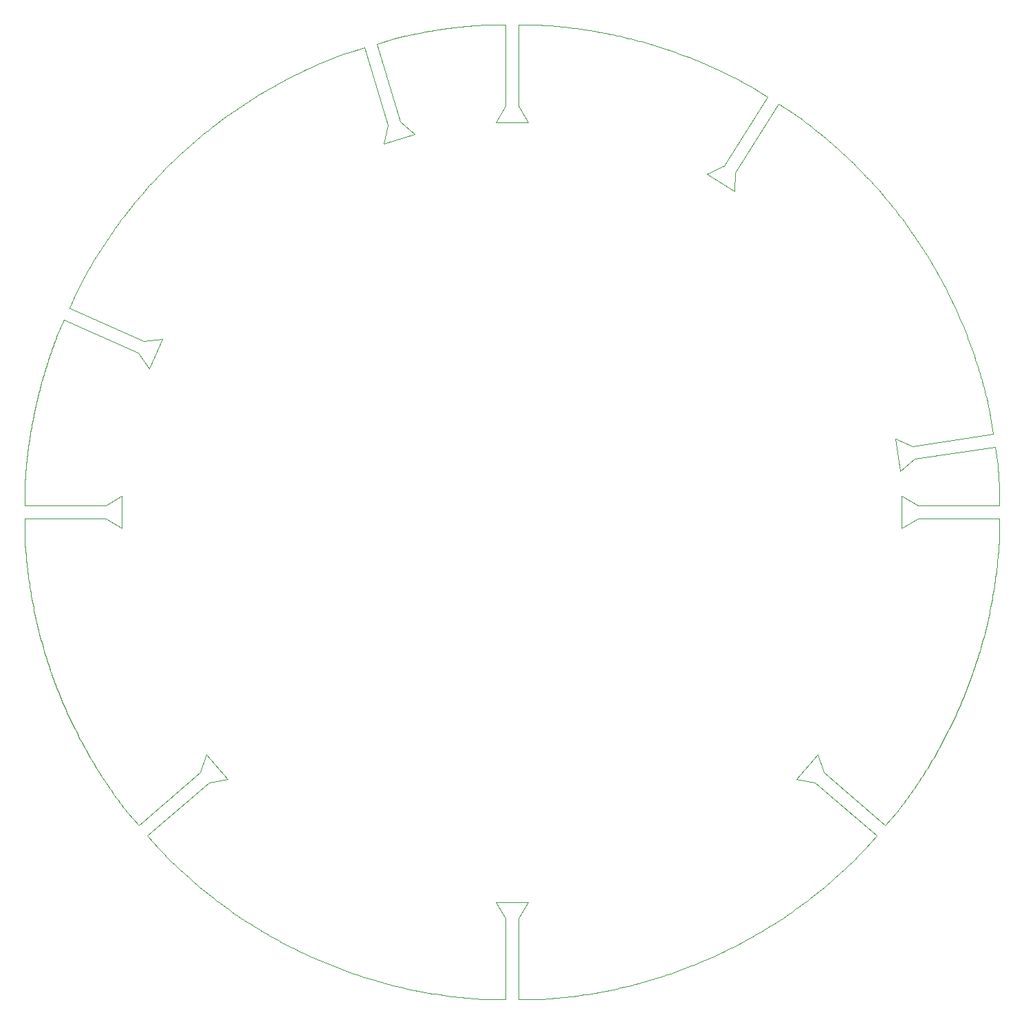
<source format=gbr>
G04 #@! TF.GenerationSoftware,KiCad,Pcbnew,(5.0.1)-4*
G04 #@! TF.CreationDate,2018-11-24T23:14:57-05:00*
G04 #@! TF.ProjectId,geodesic,67656F64657369632E6B696361645F70,rev?*
G04 #@! TF.SameCoordinates,Original*
G04 #@! TF.FileFunction,Profile,NP*
%FSLAX46Y46*%
G04 Gerber Fmt 4.6, Leading zero omitted, Abs format (unit mm)*
G04 Created by KiCad (PCBNEW (5.0.1)-4) date 2018-11-24 11:14:57 PM*
%MOMM*%
%LPD*%
G01*
G04 APERTURE LIST*
%ADD10C,0.050000*%
G04 APERTURE END LIST*
D10*
X145000000Y-165000000D02*
X145000000Y-165000000D01*
X145000000Y-165000000D02*
X144540000Y-164980000D01*
X144540000Y-164980000D02*
X144090000Y-164950000D01*
X144090000Y-164950000D02*
X143630000Y-164920000D01*
X143630000Y-164920000D02*
X143180000Y-164880000D01*
X143180000Y-164880000D02*
X142730000Y-164840000D01*
X142730000Y-164840000D02*
X142270000Y-164800000D01*
X142270000Y-164800000D02*
X141820000Y-164760000D01*
X141820000Y-164760000D02*
X141360000Y-164710000D01*
X141360000Y-164710000D02*
X140910000Y-164660000D01*
X140910000Y-164660000D02*
X140460000Y-164600000D01*
X140460000Y-164600000D02*
X140010000Y-164540000D01*
X140010000Y-164540000D02*
X139560000Y-164480000D01*
X139560000Y-164480000D02*
X139100000Y-164410000D01*
X139100000Y-164410000D02*
X138650000Y-164340000D01*
X138650000Y-164340000D02*
X138200000Y-164270000D01*
X138200000Y-164270000D02*
X137750000Y-164190000D01*
X137750000Y-164190000D02*
X137310000Y-164120000D01*
X137310000Y-164120000D02*
X136860000Y-164030000D01*
X136860000Y-164030000D02*
X136410000Y-163950000D01*
X136410000Y-163950000D02*
X135960000Y-163860000D01*
X135960000Y-163860000D02*
X135520000Y-163760000D01*
X135520000Y-163760000D02*
X135070000Y-163670000D01*
X135070000Y-163670000D02*
X134630000Y-163570000D01*
X134630000Y-163570000D02*
X134180000Y-163460000D01*
X134180000Y-163460000D02*
X133740000Y-163360000D01*
X133740000Y-163360000D02*
X133300000Y-163250000D01*
X133300000Y-163250000D02*
X132850000Y-163130000D01*
X132850000Y-163130000D02*
X132410000Y-163020000D01*
X132410000Y-163020000D02*
X131970000Y-162900000D01*
X131970000Y-162900000D02*
X131530000Y-162770000D01*
X131530000Y-162770000D02*
X131100000Y-162650000D01*
X131100000Y-162650000D02*
X130660000Y-162520000D01*
X130660000Y-162520000D02*
X130220000Y-162380000D01*
X130220000Y-162380000D02*
X129790000Y-162250000D01*
X129790000Y-162250000D02*
X129350000Y-162110000D01*
X129350000Y-162110000D02*
X128920000Y-161960000D01*
X128920000Y-161960000D02*
X128490000Y-161820000D01*
X128490000Y-161820000D02*
X128060000Y-161670000D01*
X128060000Y-161670000D02*
X127630000Y-161520000D01*
X127630000Y-161520000D02*
X127200000Y-161360000D01*
X127200000Y-161360000D02*
X126770000Y-161200000D01*
X126770000Y-161200000D02*
X126350000Y-161040000D01*
X126350000Y-161040000D02*
X125920000Y-160870000D01*
X125920000Y-160870000D02*
X125500000Y-160700000D01*
X125500000Y-160700000D02*
X125080000Y-160530000D01*
X125080000Y-160530000D02*
X124660000Y-160350000D01*
X124660000Y-160350000D02*
X124240000Y-160180000D01*
X124240000Y-160180000D02*
X123820000Y-159990000D01*
X123820000Y-159990000D02*
X123400000Y-159810000D01*
X123400000Y-159810000D02*
X122990000Y-159620000D01*
X122990000Y-159620000D02*
X122570000Y-159430000D01*
X122570000Y-159430000D02*
X122160000Y-159230000D01*
X122160000Y-159230000D02*
X121750000Y-159040000D01*
X121750000Y-159040000D02*
X121340000Y-158840000D01*
X121340000Y-158840000D02*
X120930000Y-158630000D01*
X120930000Y-158630000D02*
X120530000Y-158420000D01*
X120530000Y-158420000D02*
X120120000Y-158210000D01*
X120120000Y-158210000D02*
X119720000Y-158000000D01*
X119720000Y-158000000D02*
X119320000Y-157790000D01*
X119320000Y-157790000D02*
X118920000Y-157570000D01*
X118920000Y-157570000D02*
X118520000Y-157340000D01*
X118520000Y-157340000D02*
X118120000Y-157120000D01*
X118120000Y-157120000D02*
X117730000Y-156890000D01*
X117730000Y-156890000D02*
X117340000Y-156660000D01*
X117340000Y-156660000D02*
X116940000Y-156430000D01*
X116940000Y-156430000D02*
X116550000Y-156190000D01*
X116550000Y-156190000D02*
X116170000Y-155950000D01*
X116170000Y-155950000D02*
X115780000Y-155700000D01*
X115780000Y-155700000D02*
X115400000Y-155460000D01*
X115400000Y-155460000D02*
X115020000Y-155210000D01*
X115020000Y-155210000D02*
X114640000Y-154960000D01*
X114640000Y-154960000D02*
X114260000Y-154700000D01*
X114260000Y-154700000D02*
X113880000Y-154450000D01*
X113880000Y-154450000D02*
X113510000Y-154190000D01*
X113510000Y-154190000D02*
X113130000Y-153920000D01*
X113130000Y-153920000D02*
X112760000Y-153660000D01*
X112760000Y-153660000D02*
X112400000Y-153390000D01*
X112400000Y-153390000D02*
X112030000Y-153120000D01*
X112030000Y-153120000D02*
X111670000Y-152840000D01*
X111670000Y-152840000D02*
X111300000Y-152560000D01*
X111300000Y-152560000D02*
X110940000Y-152280000D01*
X110940000Y-152280000D02*
X110590000Y-152000000D01*
X110590000Y-152000000D02*
X110230000Y-151720000D01*
X110230000Y-151720000D02*
X109880000Y-151430000D01*
X109880000Y-151430000D02*
X109530000Y-151140000D01*
X109530000Y-151140000D02*
X109180000Y-150840000D01*
X109180000Y-150840000D02*
X108830000Y-150550000D01*
X108830000Y-150550000D02*
X108490000Y-150250000D01*
X108490000Y-150250000D02*
X108140000Y-149950000D01*
X108140000Y-149950000D02*
X107800000Y-149650000D01*
X107800000Y-149650000D02*
X107470000Y-149340000D01*
X107470000Y-149340000D02*
X107130000Y-149030000D01*
X107130000Y-149030000D02*
X106800000Y-148720000D01*
X106800000Y-148720000D02*
X106470000Y-148400000D01*
X106470000Y-148400000D02*
X106140000Y-148090000D01*
X106140000Y-148090000D02*
X105810000Y-147770000D01*
X105810000Y-147770000D02*
X105490000Y-147450000D01*
X105490000Y-147450000D02*
X105170000Y-147120000D01*
X105170000Y-147120000D02*
X104850000Y-146800000D01*
X104530000Y-146470000D02*
X104850000Y-146800000D01*
X145000000Y-165000000D02*
X147200000Y-165000000D01*
X147200000Y-165000000D02*
X147200000Y-155000000D01*
X147200000Y-155000000D02*
X146000000Y-153000000D01*
X146000000Y-153000000D02*
X150000000Y-153000000D01*
X150000000Y-153000000D02*
X148800000Y-155000000D01*
X148800000Y-155000000D02*
X148800000Y-165000000D01*
X148800000Y-165000000D02*
X151000000Y-165000000D01*
X191470000Y-146470000D02*
X191470000Y-146470000D01*
X191470000Y-146470000D02*
X191150000Y-146800000D01*
X191150000Y-146800000D02*
X190840000Y-147130000D01*
X190840000Y-147130000D02*
X190510000Y-147450000D01*
X190510000Y-147450000D02*
X190190000Y-147770000D01*
X190190000Y-147770000D02*
X189870000Y-148090000D01*
X189870000Y-148090000D02*
X189540000Y-148410000D01*
X189540000Y-148410000D02*
X189210000Y-148720000D01*
X189210000Y-148720000D02*
X188870000Y-149030000D01*
X188870000Y-149030000D02*
X188540000Y-149340000D01*
X188540000Y-149340000D02*
X188200000Y-149650000D01*
X188200000Y-149650000D02*
X187860000Y-149950000D01*
X187860000Y-149950000D02*
X187520000Y-150250000D01*
X187520000Y-150250000D02*
X187170000Y-150550000D01*
X187170000Y-150550000D02*
X186830000Y-150850000D01*
X186830000Y-150850000D02*
X186480000Y-151140000D01*
X186480000Y-151140000D02*
X186130000Y-151430000D01*
X186130000Y-151430000D02*
X185770000Y-151720000D01*
X185770000Y-151720000D02*
X185420000Y-152000000D01*
X185420000Y-152000000D02*
X185060000Y-152290000D01*
X185060000Y-152290000D02*
X184700000Y-152570000D01*
X184700000Y-152570000D02*
X184340000Y-152840000D01*
X184340000Y-152840000D02*
X183970000Y-153120000D01*
X183970000Y-153120000D02*
X183610000Y-153390000D01*
X183610000Y-153390000D02*
X183240000Y-153660000D01*
X183240000Y-153660000D02*
X182870000Y-153920000D01*
X182870000Y-153920000D02*
X182500000Y-154190000D01*
X182500000Y-154190000D02*
X182120000Y-154450000D01*
X182120000Y-154450000D02*
X181750000Y-154710000D01*
X181750000Y-154710000D02*
X181370000Y-154960000D01*
X181370000Y-154960000D02*
X180990000Y-155210000D01*
X180990000Y-155210000D02*
X180600000Y-155460000D01*
X180600000Y-155460000D02*
X180220000Y-155710000D01*
X180220000Y-155710000D02*
X179840000Y-155950000D01*
X179840000Y-155950000D02*
X179450000Y-156190000D01*
X179450000Y-156190000D02*
X179060000Y-156430000D01*
X179060000Y-156430000D02*
X178670000Y-156660000D01*
X178670000Y-156660000D02*
X178270000Y-156890000D01*
X178270000Y-156890000D02*
X177880000Y-157120000D01*
X177880000Y-157120000D02*
X177480000Y-157350000D01*
X177480000Y-157350000D02*
X177080000Y-157570000D01*
X177080000Y-157570000D02*
X176680000Y-157790000D01*
X176680000Y-157790000D02*
X176280000Y-158000000D01*
X176280000Y-158000000D02*
X175880000Y-158220000D01*
X175880000Y-158220000D02*
X175480000Y-158430000D01*
X175480000Y-158430000D02*
X175070000Y-158630000D01*
X175070000Y-158630000D02*
X174660000Y-158840000D01*
X174660000Y-158840000D02*
X174250000Y-159040000D01*
X174250000Y-159040000D02*
X173840000Y-159240000D01*
X173840000Y-159240000D02*
X173430000Y-159430000D01*
X173430000Y-159430000D02*
X173010000Y-159620000D01*
X173010000Y-159620000D02*
X172600000Y-159810000D01*
X172600000Y-159810000D02*
X172180000Y-160000000D01*
X172180000Y-160000000D02*
X171760000Y-160180000D01*
X171760000Y-160180000D02*
X171350000Y-160360000D01*
X171350000Y-160360000D02*
X170920000Y-160530000D01*
X170920000Y-160530000D02*
X170500000Y-160710000D01*
X170500000Y-160710000D02*
X170080000Y-160870000D01*
X170080000Y-160870000D02*
X169650000Y-161040000D01*
X169650000Y-161040000D02*
X169230000Y-161200000D01*
X169230000Y-161200000D02*
X168800000Y-161360000D01*
X168800000Y-161360000D02*
X168370000Y-161520000D01*
X168370000Y-161520000D02*
X167940000Y-161670000D01*
X167940000Y-161670000D02*
X167510000Y-161820000D01*
X167510000Y-161820000D02*
X167080000Y-161970000D01*
X167080000Y-161970000D02*
X166650000Y-162110000D01*
X166650000Y-162110000D02*
X166210000Y-162250000D01*
X166210000Y-162250000D02*
X165780000Y-162390000D01*
X165780000Y-162390000D02*
X165340000Y-162520000D01*
X165340000Y-162520000D02*
X164910000Y-162650000D01*
X164910000Y-162650000D02*
X164470000Y-162780000D01*
X164470000Y-162780000D02*
X164030000Y-162900000D01*
X164030000Y-162900000D02*
X163590000Y-163020000D01*
X163590000Y-163020000D02*
X163150000Y-163140000D01*
X163150000Y-163140000D02*
X162710000Y-163250000D01*
X162710000Y-163250000D02*
X162260000Y-163360000D01*
X162260000Y-163360000D02*
X161820000Y-163470000D01*
X161820000Y-163470000D02*
X161380000Y-163570000D01*
X161380000Y-163570000D02*
X160930000Y-163670000D01*
X160930000Y-163670000D02*
X160490000Y-163770000D01*
X160490000Y-163770000D02*
X160040000Y-163860000D01*
X160040000Y-163860000D02*
X159590000Y-163950000D01*
X159590000Y-163950000D02*
X159140000Y-164040000D01*
X159140000Y-164040000D02*
X158700000Y-164120000D01*
X158700000Y-164120000D02*
X158250000Y-164200000D01*
X158250000Y-164200000D02*
X157800000Y-164270000D01*
X157800000Y-164270000D02*
X157350000Y-164350000D01*
X157350000Y-164350000D02*
X156900000Y-164420000D01*
X156900000Y-164420000D02*
X156450000Y-164480000D01*
X156450000Y-164480000D02*
X155990000Y-164540000D01*
X155990000Y-164540000D02*
X155540000Y-164600000D01*
X155540000Y-164600000D02*
X155090000Y-164660000D01*
X155090000Y-164660000D02*
X154640000Y-164710000D01*
X154640000Y-164710000D02*
X154180000Y-164760000D01*
X154180000Y-164760000D02*
X153730000Y-164800000D01*
X153730000Y-164800000D02*
X153270000Y-164850000D01*
X153270000Y-164850000D02*
X152820000Y-164880000D01*
X152820000Y-164880000D02*
X152370000Y-164920000D01*
X152370000Y-164920000D02*
X151910000Y-164950000D01*
X151910000Y-164950000D02*
X151460000Y-164980000D01*
X151000000Y-165000000D02*
X151460000Y-164980000D01*
X191470000Y-146470000D02*
X192900000Y-144800000D01*
X192900000Y-144800000D02*
X185330000Y-138270000D01*
X185330000Y-138270000D02*
X183030000Y-137870000D01*
X183030000Y-137870000D02*
X185650000Y-134840000D01*
X185650000Y-134840000D02*
X186380000Y-137060000D01*
X186380000Y-137060000D02*
X193950000Y-143590000D01*
X193950000Y-143590000D02*
X195390000Y-141930000D01*
X208000000Y-108000000D02*
X208000000Y-108000000D01*
X208000000Y-108000000D02*
X207980000Y-108370000D01*
X207980000Y-108370000D02*
X207960000Y-108730000D01*
X207960000Y-108730000D02*
X207930000Y-109100000D01*
X207930000Y-109100000D02*
X207910000Y-109470000D01*
X207910000Y-109470000D02*
X207880000Y-109830000D01*
X207880000Y-109830000D02*
X207850000Y-110200000D01*
X207850000Y-110200000D02*
X207820000Y-110570000D01*
X207820000Y-110570000D02*
X207780000Y-110930000D01*
X207780000Y-110930000D02*
X207740000Y-111300000D01*
X207740000Y-111300000D02*
X207700000Y-111660000D01*
X207700000Y-111660000D02*
X207660000Y-112030000D01*
X207660000Y-112030000D02*
X207620000Y-112390000D01*
X207620000Y-112390000D02*
X207570000Y-112760000D01*
X207570000Y-112760000D02*
X207520000Y-113120000D01*
X207520000Y-113120000D02*
X207470000Y-113490000D01*
X207470000Y-113490000D02*
X207420000Y-113850000D01*
X207420000Y-113850000D02*
X207360000Y-114210000D01*
X207360000Y-114210000D02*
X207310000Y-114580000D01*
X207310000Y-114580000D02*
X207250000Y-114940000D01*
X207250000Y-114940000D02*
X207180000Y-115300000D01*
X207180000Y-115300000D02*
X207120000Y-115670000D01*
X207120000Y-115670000D02*
X207050000Y-116030000D01*
X207050000Y-116030000D02*
X206990000Y-116390000D01*
X206990000Y-116390000D02*
X206910000Y-116750000D01*
X206910000Y-116750000D02*
X206840000Y-117110000D01*
X206840000Y-117110000D02*
X206770000Y-117470000D01*
X206770000Y-117470000D02*
X206690000Y-117830000D01*
X206690000Y-117830000D02*
X206610000Y-118190000D01*
X206610000Y-118190000D02*
X206530000Y-118550000D01*
X206530000Y-118550000D02*
X206440000Y-118900000D01*
X206440000Y-118900000D02*
X206360000Y-119260000D01*
X206360000Y-119260000D02*
X206270000Y-119620000D01*
X206270000Y-119620000D02*
X206180000Y-119970000D01*
X206180000Y-119970000D02*
X206090000Y-120330000D01*
X206090000Y-120330000D02*
X205990000Y-120690000D01*
X205990000Y-120690000D02*
X205890000Y-121040000D01*
X205890000Y-121040000D02*
X205790000Y-121390000D01*
X205790000Y-121390000D02*
X205690000Y-121750000D01*
X205690000Y-121750000D02*
X205590000Y-122100000D01*
X205590000Y-122100000D02*
X205480000Y-122450000D01*
X205480000Y-122450000D02*
X205380000Y-122800000D01*
X205380000Y-122800000D02*
X205270000Y-123150000D01*
X205270000Y-123150000D02*
X205150000Y-123500000D01*
X205150000Y-123500000D02*
X205040000Y-123850000D01*
X205040000Y-123850000D02*
X204920000Y-124200000D01*
X204920000Y-124200000D02*
X204800000Y-124550000D01*
X204800000Y-124550000D02*
X204680000Y-124900000D01*
X204680000Y-124900000D02*
X204560000Y-125240000D01*
X204560000Y-125240000D02*
X204440000Y-125590000D01*
X204440000Y-125590000D02*
X204310000Y-125940000D01*
X204310000Y-125940000D02*
X204180000Y-126280000D01*
X204180000Y-126280000D02*
X204050000Y-126620000D01*
X204050000Y-126620000D02*
X203920000Y-126970000D01*
X203920000Y-126970000D02*
X203780000Y-127310000D01*
X203780000Y-127310000D02*
X203640000Y-127650000D01*
X203640000Y-127650000D02*
X203500000Y-127990000D01*
X203500000Y-127990000D02*
X203360000Y-128330000D01*
X203360000Y-128330000D02*
X203220000Y-128670000D01*
X203220000Y-128670000D02*
X203070000Y-129000000D01*
X203070000Y-129000000D02*
X202920000Y-129340000D01*
X202920000Y-129340000D02*
X202770000Y-129680000D01*
X202770000Y-129680000D02*
X202620000Y-130010000D01*
X202620000Y-130010000D02*
X202470000Y-130340000D01*
X202470000Y-130340000D02*
X202310000Y-130680000D01*
X202310000Y-130680000D02*
X202150000Y-131010000D01*
X202150000Y-131010000D02*
X201990000Y-131340000D01*
X201990000Y-131340000D02*
X201830000Y-131670000D01*
X201830000Y-131670000D02*
X201670000Y-132000000D01*
X201670000Y-132000000D02*
X201500000Y-132330000D01*
X201500000Y-132330000D02*
X201330000Y-132650000D01*
X201330000Y-132650000D02*
X201160000Y-132980000D01*
X201160000Y-132980000D02*
X200990000Y-133300000D01*
X200990000Y-133300000D02*
X200810000Y-133630000D01*
X200810000Y-133630000D02*
X200640000Y-133950000D01*
X200640000Y-133950000D02*
X200460000Y-134270000D01*
X200460000Y-134270000D02*
X200280000Y-134590000D01*
X200280000Y-134590000D02*
X200100000Y-134910000D01*
X200100000Y-134910000D02*
X199910000Y-135230000D01*
X199910000Y-135230000D02*
X199730000Y-135550000D01*
X199730000Y-135550000D02*
X199540000Y-135860000D01*
X199540000Y-135860000D02*
X199350000Y-136180000D01*
X199350000Y-136180000D02*
X199160000Y-136490000D01*
X199160000Y-136490000D02*
X198970000Y-136810000D01*
X198970000Y-136810000D02*
X198770000Y-137120000D01*
X198770000Y-137120000D02*
X198570000Y-137430000D01*
X198570000Y-137430000D02*
X198370000Y-137740000D01*
X198370000Y-137740000D02*
X198170000Y-138040000D01*
X198170000Y-138040000D02*
X197970000Y-138350000D01*
X197970000Y-138350000D02*
X197760000Y-138650000D01*
X197760000Y-138650000D02*
X197560000Y-138960000D01*
X197560000Y-138960000D02*
X197350000Y-139260000D01*
X197350000Y-139260000D02*
X197140000Y-139560000D01*
X197140000Y-139560000D02*
X196920000Y-139860000D01*
X196920000Y-139860000D02*
X196710000Y-140160000D01*
X196710000Y-140160000D02*
X196490000Y-140460000D01*
X196490000Y-140460000D02*
X196280000Y-140760000D01*
X196280000Y-140760000D02*
X196060000Y-141050000D01*
X196060000Y-141050000D02*
X195830000Y-141340000D01*
X195830000Y-141340000D02*
X195610000Y-141640000D01*
X195390000Y-141930000D02*
X195610000Y-141640000D01*
X208000000Y-108000000D02*
X208000000Y-105800000D01*
X208000000Y-105800000D02*
X198000000Y-105800000D01*
X198000000Y-105800000D02*
X196000000Y-107000000D01*
X196000000Y-107000000D02*
X196000000Y-103000000D01*
X196000000Y-103000000D02*
X198000000Y-104200000D01*
X198000000Y-104200000D02*
X208000000Y-104200000D01*
X208000000Y-104200000D02*
X208000000Y-102000000D01*
X207790000Y-99180000D02*
X207790000Y-99180000D01*
X207790000Y-99180000D02*
X207790000Y-99210000D01*
X207790000Y-99210000D02*
X207800000Y-99240000D01*
X207800000Y-99240000D02*
X207800000Y-99260000D01*
X207800000Y-99260000D02*
X207800000Y-99290000D01*
X207800000Y-99290000D02*
X207800000Y-99320000D01*
X207800000Y-99320000D02*
X207810000Y-99350000D01*
X207810000Y-99350000D02*
X207810000Y-99380000D01*
X207810000Y-99380000D02*
X207810000Y-99410000D01*
X207810000Y-99410000D02*
X207810000Y-99430000D01*
X207810000Y-99430000D02*
X207820000Y-99460000D01*
X207820000Y-99460000D02*
X207820000Y-99490000D01*
X207820000Y-99490000D02*
X207820000Y-99520000D01*
X207820000Y-99520000D02*
X207820000Y-99550000D01*
X207820000Y-99550000D02*
X207830000Y-99570000D01*
X207830000Y-99570000D02*
X207830000Y-99600000D01*
X207830000Y-99600000D02*
X207830000Y-99630000D01*
X207830000Y-99630000D02*
X207830000Y-99660000D01*
X207830000Y-99660000D02*
X207840000Y-99690000D01*
X207840000Y-99690000D02*
X207840000Y-99720000D01*
X207840000Y-99720000D02*
X207840000Y-99740000D01*
X207840000Y-99740000D02*
X207840000Y-99770000D01*
X207840000Y-99770000D02*
X207850000Y-99800000D01*
X207850000Y-99800000D02*
X207850000Y-99830000D01*
X207850000Y-99830000D02*
X207850000Y-99860000D01*
X207850000Y-99860000D02*
X207850000Y-99880000D01*
X207850000Y-99880000D02*
X207860000Y-99910000D01*
X207860000Y-99910000D02*
X207860000Y-99940000D01*
X207860000Y-99940000D02*
X207860000Y-99970000D01*
X207860000Y-99970000D02*
X207860000Y-100000000D01*
X207860000Y-100000000D02*
X207870000Y-100020000D01*
X207870000Y-100020000D02*
X207870000Y-100050000D01*
X207870000Y-100050000D02*
X207870000Y-100080000D01*
X207870000Y-100080000D02*
X207870000Y-100110000D01*
X207870000Y-100110000D02*
X207880000Y-100140000D01*
X207880000Y-100140000D02*
X207880000Y-100170000D01*
X207880000Y-100170000D02*
X207880000Y-100190000D01*
X207880000Y-100190000D02*
X207880000Y-100220000D01*
X207880000Y-100220000D02*
X207880000Y-100250000D01*
X207880000Y-100250000D02*
X207890000Y-100280000D01*
X207890000Y-100280000D02*
X207890000Y-100310000D01*
X207890000Y-100310000D02*
X207890000Y-100340000D01*
X207890000Y-100340000D02*
X207890000Y-100360000D01*
X207890000Y-100360000D02*
X207900000Y-100390000D01*
X207900000Y-100390000D02*
X207900000Y-100420000D01*
X207900000Y-100420000D02*
X207900000Y-100450000D01*
X207900000Y-100450000D02*
X207900000Y-100480000D01*
X207900000Y-100480000D02*
X207900000Y-100500000D01*
X207900000Y-100500000D02*
X207910000Y-100530000D01*
X207910000Y-100530000D02*
X207910000Y-100560000D01*
X207910000Y-100560000D02*
X207910000Y-100590000D01*
X207910000Y-100590000D02*
X207910000Y-100620000D01*
X207910000Y-100620000D02*
X207910000Y-100650000D01*
X207910000Y-100650000D02*
X207920000Y-100670000D01*
X207920000Y-100670000D02*
X207920000Y-100700000D01*
X207920000Y-100700000D02*
X207920000Y-100730000D01*
X207920000Y-100730000D02*
X207920000Y-100760000D01*
X207920000Y-100760000D02*
X207920000Y-100790000D01*
X207920000Y-100790000D02*
X207930000Y-100810000D01*
X207930000Y-100810000D02*
X207930000Y-100840000D01*
X207930000Y-100840000D02*
X207930000Y-100870000D01*
X207930000Y-100870000D02*
X207930000Y-100900000D01*
X207930000Y-100900000D02*
X207930000Y-100930000D01*
X207930000Y-100930000D02*
X207940000Y-100960000D01*
X207940000Y-100960000D02*
X207940000Y-100980000D01*
X207940000Y-100980000D02*
X207940000Y-101010000D01*
X207940000Y-101010000D02*
X207940000Y-101040000D01*
X207940000Y-101040000D02*
X207940000Y-101070000D01*
X207940000Y-101070000D02*
X207950000Y-101100000D01*
X207950000Y-101100000D02*
X207950000Y-101120000D01*
X207950000Y-101120000D02*
X207950000Y-101150000D01*
X207950000Y-101150000D02*
X207950000Y-101180000D01*
X207950000Y-101180000D02*
X207950000Y-101210000D01*
X207950000Y-101210000D02*
X207950000Y-101240000D01*
X207950000Y-101240000D02*
X207960000Y-101270000D01*
X207960000Y-101270000D02*
X207960000Y-101290000D01*
X207960000Y-101290000D02*
X207960000Y-101320000D01*
X207960000Y-101320000D02*
X207960000Y-101350000D01*
X207960000Y-101350000D02*
X207960000Y-101380000D01*
X207960000Y-101380000D02*
X207970000Y-101410000D01*
X207970000Y-101410000D02*
X207970000Y-101440000D01*
X207970000Y-101440000D02*
X207970000Y-101460000D01*
X207970000Y-101460000D02*
X207970000Y-101490000D01*
X207970000Y-101490000D02*
X207970000Y-101520000D01*
X207970000Y-101520000D02*
X207970000Y-101550000D01*
X207970000Y-101550000D02*
X207970000Y-101580000D01*
X207970000Y-101580000D02*
X207980000Y-101600000D01*
X207980000Y-101600000D02*
X207980000Y-101630000D01*
X207980000Y-101630000D02*
X207980000Y-101660000D01*
X207980000Y-101660000D02*
X207980000Y-101690000D01*
X207980000Y-101690000D02*
X207980000Y-101720000D01*
X207980000Y-101720000D02*
X207980000Y-101750000D01*
X207980000Y-101750000D02*
X207990000Y-101770000D01*
X207990000Y-101770000D02*
X207990000Y-101800000D01*
X207990000Y-101800000D02*
X207990000Y-101830000D01*
X207990000Y-101830000D02*
X207990000Y-101860000D01*
X207990000Y-101860000D02*
X207990000Y-101890000D01*
X207990000Y-101890000D02*
X207990000Y-101920000D01*
X207990000Y-101920000D02*
X207990000Y-101940000D01*
X207990000Y-101940000D02*
X208000000Y-101970000D01*
X208000000Y-102000000D02*
X208000000Y-101970000D01*
X207790000Y-99180000D02*
X207470000Y-97010000D01*
X207470000Y-97010000D02*
X197580000Y-98470000D01*
X197580000Y-98470000D02*
X195780000Y-99950000D01*
X195780000Y-99950000D02*
X195190000Y-95990000D01*
X195190000Y-95990000D02*
X197340000Y-96890000D01*
X197340000Y-96890000D02*
X207240000Y-95420000D01*
X207240000Y-95420000D02*
X206910000Y-93250000D01*
X182660000Y-55930000D02*
X182660000Y-55930000D01*
X182660000Y-55930000D02*
X183030000Y-56190000D01*
X183030000Y-56190000D02*
X183400000Y-56460000D01*
X183400000Y-56460000D02*
X183770000Y-56730000D01*
X183770000Y-56730000D02*
X184130000Y-57000000D01*
X184130000Y-57000000D02*
X184500000Y-57280000D01*
X184500000Y-57280000D02*
X184860000Y-57560000D01*
X184860000Y-57560000D02*
X185220000Y-57840000D01*
X185220000Y-57840000D02*
X185570000Y-58120000D01*
X185570000Y-58120000D02*
X185930000Y-58410000D01*
X185930000Y-58410000D02*
X186280000Y-58700000D01*
X186280000Y-58700000D02*
X186630000Y-58990000D01*
X186630000Y-58990000D02*
X186980000Y-59290000D01*
X186980000Y-59290000D02*
X187320000Y-59580000D01*
X187320000Y-59580000D02*
X187670000Y-59880000D01*
X187670000Y-59880000D02*
X188010000Y-60180000D01*
X188010000Y-60180000D02*
X188350000Y-60490000D01*
X188350000Y-60490000D02*
X188690000Y-60800000D01*
X188690000Y-60800000D02*
X189020000Y-61110000D01*
X189020000Y-61110000D02*
X189350000Y-61420000D01*
X189350000Y-61420000D02*
X189680000Y-61730000D01*
X189680000Y-61730000D02*
X190010000Y-62050000D01*
X190010000Y-62050000D02*
X190330000Y-62370000D01*
X190330000Y-62370000D02*
X190660000Y-62690000D01*
X190660000Y-62690000D02*
X190970000Y-63020000D01*
X190970000Y-63020000D02*
X191290000Y-63350000D01*
X191290000Y-63350000D02*
X191610000Y-63680000D01*
X191610000Y-63680000D02*
X191920000Y-64010000D01*
X191920000Y-64010000D02*
X192230000Y-64340000D01*
X192230000Y-64340000D02*
X192540000Y-64680000D01*
X192540000Y-64680000D02*
X192840000Y-65020000D01*
X192840000Y-65020000D02*
X193140000Y-65360000D01*
X193140000Y-65360000D02*
X193440000Y-65700000D01*
X193440000Y-65700000D02*
X193740000Y-66050000D01*
X193740000Y-66050000D02*
X194030000Y-66400000D01*
X194030000Y-66400000D02*
X194330000Y-66750000D01*
X194330000Y-66750000D02*
X194610000Y-67100000D01*
X194610000Y-67100000D02*
X194900000Y-67460000D01*
X194900000Y-67460000D02*
X195180000Y-67810000D01*
X195180000Y-67810000D02*
X195470000Y-68170000D01*
X195470000Y-68170000D02*
X195740000Y-68530000D01*
X195740000Y-68530000D02*
X196020000Y-68900000D01*
X196020000Y-68900000D02*
X196290000Y-69260000D01*
X196290000Y-69260000D02*
X196560000Y-69630000D01*
X196560000Y-69630000D02*
X196830000Y-70000000D01*
X196830000Y-70000000D02*
X197090000Y-70370000D01*
X197090000Y-70370000D02*
X197350000Y-70750000D01*
X197350000Y-70750000D02*
X197610000Y-71120000D01*
X197610000Y-71120000D02*
X197870000Y-71500000D01*
X197870000Y-71500000D02*
X198120000Y-71880000D01*
X198120000Y-71880000D02*
X198370000Y-72260000D01*
X198370000Y-72260000D02*
X198620000Y-72640000D01*
X198620000Y-72640000D02*
X198860000Y-73030000D01*
X198860000Y-73030000D02*
X199100000Y-73410000D01*
X199100000Y-73410000D02*
X199340000Y-73800000D01*
X199340000Y-73800000D02*
X199580000Y-74190000D01*
X199580000Y-74190000D02*
X199810000Y-74590000D01*
X199810000Y-74590000D02*
X200040000Y-74980000D01*
X200040000Y-74980000D02*
X200260000Y-75380000D01*
X200260000Y-75380000D02*
X200490000Y-75770000D01*
X200490000Y-75770000D02*
X200710000Y-76170000D01*
X200710000Y-76170000D02*
X200930000Y-76570000D01*
X200930000Y-76570000D02*
X201140000Y-76980000D01*
X201140000Y-76980000D02*
X201350000Y-77380000D01*
X201350000Y-77380000D02*
X201560000Y-77790000D01*
X201560000Y-77790000D02*
X201760000Y-78190000D01*
X201760000Y-78190000D02*
X201970000Y-78600000D01*
X201970000Y-78600000D02*
X202160000Y-79010000D01*
X202160000Y-79010000D02*
X202360000Y-79420000D01*
X202360000Y-79420000D02*
X202550000Y-79840000D01*
X202550000Y-79840000D02*
X202740000Y-80250000D01*
X202740000Y-80250000D02*
X202930000Y-80670000D01*
X202930000Y-80670000D02*
X203110000Y-81090000D01*
X203110000Y-81090000D02*
X203290000Y-81500000D01*
X203290000Y-81500000D02*
X203470000Y-81920000D01*
X203470000Y-81920000D02*
X203640000Y-82350000D01*
X203640000Y-82350000D02*
X203810000Y-82770000D01*
X203810000Y-82770000D02*
X203980000Y-83190000D01*
X203980000Y-83190000D02*
X204140000Y-83620000D01*
X204140000Y-83620000D02*
X204300000Y-84050000D01*
X204300000Y-84050000D02*
X204460000Y-84470000D01*
X204460000Y-84470000D02*
X204620000Y-84900000D01*
X204620000Y-84900000D02*
X204770000Y-85330000D01*
X204770000Y-85330000D02*
X204910000Y-85760000D01*
X204910000Y-85760000D02*
X205060000Y-86200000D01*
X205060000Y-86200000D02*
X205200000Y-86630000D01*
X205200000Y-86630000D02*
X205340000Y-87060000D01*
X205340000Y-87060000D02*
X205470000Y-87500000D01*
X205470000Y-87500000D02*
X205600000Y-87940000D01*
X205600000Y-87940000D02*
X205730000Y-88370000D01*
X205730000Y-88370000D02*
X205850000Y-88810000D01*
X205850000Y-88810000D02*
X205980000Y-89250000D01*
X205980000Y-89250000D02*
X206090000Y-89690000D01*
X206090000Y-89690000D02*
X206210000Y-90130000D01*
X206210000Y-90130000D02*
X206320000Y-90580000D01*
X206320000Y-90580000D02*
X206430000Y-91020000D01*
X206430000Y-91020000D02*
X206530000Y-91460000D01*
X206530000Y-91460000D02*
X206630000Y-91910000D01*
X206630000Y-91910000D02*
X206730000Y-92350000D01*
X206730000Y-92350000D02*
X206820000Y-92800000D01*
X206910000Y-93250000D02*
X206820000Y-92800000D01*
X182660000Y-55930000D02*
X180800000Y-54750000D01*
X180800000Y-54750000D02*
X175440000Y-63200000D01*
X175440000Y-63200000D02*
X175390000Y-65530000D01*
X175390000Y-65530000D02*
X172010000Y-63390000D01*
X172010000Y-63390000D02*
X174090000Y-62340000D01*
X174090000Y-62340000D02*
X179450000Y-53900000D01*
X179450000Y-53900000D02*
X177590000Y-52720000D01*
X151000000Y-45000000D02*
X151000000Y-45000000D01*
X151000000Y-45000000D02*
X151280000Y-45010000D01*
X151280000Y-45010000D02*
X151560000Y-45030000D01*
X151560000Y-45030000D02*
X151840000Y-45050000D01*
X151840000Y-45050000D02*
X152120000Y-45070000D01*
X152120000Y-45070000D02*
X152390000Y-45090000D01*
X152390000Y-45090000D02*
X152670000Y-45110000D01*
X152670000Y-45110000D02*
X152950000Y-45130000D01*
X152950000Y-45130000D02*
X153230000Y-45150000D01*
X153230000Y-45150000D02*
X153510000Y-45180000D01*
X153510000Y-45180000D02*
X153790000Y-45200000D01*
X153790000Y-45200000D02*
X154060000Y-45230000D01*
X154060000Y-45230000D02*
X154340000Y-45260000D01*
X154340000Y-45260000D02*
X154620000Y-45290000D01*
X154620000Y-45290000D02*
X154900000Y-45320000D01*
X154900000Y-45320000D02*
X155170000Y-45360000D01*
X155170000Y-45360000D02*
X155450000Y-45390000D01*
X155450000Y-45390000D02*
X155730000Y-45420000D01*
X155730000Y-45420000D02*
X156010000Y-45460000D01*
X156010000Y-45460000D02*
X156280000Y-45500000D01*
X156280000Y-45500000D02*
X156560000Y-45540000D01*
X156560000Y-45540000D02*
X156840000Y-45580000D01*
X156840000Y-45580000D02*
X157110000Y-45620000D01*
X157110000Y-45620000D02*
X157390000Y-45660000D01*
X157390000Y-45660000D02*
X157660000Y-45710000D01*
X157660000Y-45710000D02*
X157940000Y-45750000D01*
X157940000Y-45750000D02*
X158220000Y-45800000D01*
X158220000Y-45800000D02*
X158490000Y-45850000D01*
X158490000Y-45850000D02*
X158770000Y-45900000D01*
X158770000Y-45900000D02*
X159040000Y-45950000D01*
X159040000Y-45950000D02*
X159310000Y-46000000D01*
X159310000Y-46000000D02*
X159590000Y-46050000D01*
X159590000Y-46050000D02*
X159860000Y-46110000D01*
X159860000Y-46110000D02*
X160140000Y-46160000D01*
X160140000Y-46160000D02*
X160410000Y-46220000D01*
X160410000Y-46220000D02*
X160680000Y-46280000D01*
X160680000Y-46280000D02*
X160960000Y-46340000D01*
X160960000Y-46340000D02*
X161230000Y-46400000D01*
X161230000Y-46400000D02*
X161500000Y-46460000D01*
X161500000Y-46460000D02*
X161770000Y-46530000D01*
X161770000Y-46530000D02*
X162050000Y-46590000D01*
X162050000Y-46590000D02*
X162320000Y-46660000D01*
X162320000Y-46660000D02*
X162590000Y-46720000D01*
X162590000Y-46720000D02*
X162860000Y-46790000D01*
X162860000Y-46790000D02*
X163130000Y-46860000D01*
X163130000Y-46860000D02*
X163400000Y-46930000D01*
X163400000Y-46930000D02*
X163670000Y-47000000D01*
X163670000Y-47000000D02*
X163940000Y-47080000D01*
X163940000Y-47080000D02*
X164210000Y-47150000D01*
X164210000Y-47150000D02*
X164480000Y-47230000D01*
X164480000Y-47230000D02*
X164750000Y-47310000D01*
X164750000Y-47310000D02*
X165010000Y-47380000D01*
X165010000Y-47380000D02*
X165280000Y-47460000D01*
X165280000Y-47460000D02*
X165550000Y-47550000D01*
X165550000Y-47550000D02*
X165820000Y-47630000D01*
X165820000Y-47630000D02*
X166080000Y-47710000D01*
X166080000Y-47710000D02*
X166350000Y-47800000D01*
X166350000Y-47800000D02*
X166610000Y-47880000D01*
X166610000Y-47880000D02*
X166880000Y-47970000D01*
X166880000Y-47970000D02*
X167140000Y-48060000D01*
X167140000Y-48060000D02*
X167410000Y-48150000D01*
X167410000Y-48150000D02*
X167670000Y-48240000D01*
X167670000Y-48240000D02*
X167940000Y-48330000D01*
X167940000Y-48330000D02*
X168200000Y-48420000D01*
X168200000Y-48420000D02*
X168460000Y-48520000D01*
X168460000Y-48520000D02*
X168730000Y-48610000D01*
X168730000Y-48610000D02*
X168990000Y-48710000D01*
X168990000Y-48710000D02*
X169250000Y-48810000D01*
X169250000Y-48810000D02*
X169510000Y-48910000D01*
X169510000Y-48910000D02*
X169770000Y-49010000D01*
X169770000Y-49010000D02*
X170030000Y-49110000D01*
X170030000Y-49110000D02*
X170290000Y-49210000D01*
X170290000Y-49210000D02*
X170550000Y-49320000D01*
X170550000Y-49320000D02*
X170810000Y-49420000D01*
X170810000Y-49420000D02*
X171070000Y-49530000D01*
X171070000Y-49530000D02*
X171320000Y-49640000D01*
X171320000Y-49640000D02*
X171580000Y-49750000D01*
X171580000Y-49750000D02*
X171840000Y-49860000D01*
X171840000Y-49860000D02*
X172090000Y-49970000D01*
X172090000Y-49970000D02*
X172350000Y-50080000D01*
X172350000Y-50080000D02*
X172610000Y-50200000D01*
X172610000Y-50200000D02*
X172860000Y-50310000D01*
X172860000Y-50310000D02*
X173110000Y-50430000D01*
X173110000Y-50430000D02*
X173370000Y-50540000D01*
X173370000Y-50540000D02*
X173620000Y-50660000D01*
X173620000Y-50660000D02*
X173870000Y-50780000D01*
X173870000Y-50780000D02*
X174130000Y-50900000D01*
X174130000Y-50900000D02*
X174380000Y-51030000D01*
X174380000Y-51030000D02*
X174630000Y-51150000D01*
X174630000Y-51150000D02*
X174880000Y-51270000D01*
X174880000Y-51270000D02*
X175130000Y-51400000D01*
X175130000Y-51400000D02*
X175380000Y-51530000D01*
X175380000Y-51530000D02*
X175620000Y-51650000D01*
X175620000Y-51650000D02*
X175870000Y-51780000D01*
X175870000Y-51780000D02*
X176120000Y-51910000D01*
X176120000Y-51910000D02*
X176370000Y-52040000D01*
X176370000Y-52040000D02*
X176610000Y-52180000D01*
X176610000Y-52180000D02*
X176860000Y-52310000D01*
X176860000Y-52310000D02*
X177100000Y-52440000D01*
X177100000Y-52440000D02*
X177350000Y-52580000D01*
X177590000Y-52720000D02*
X177350000Y-52580000D01*
X151000000Y-45000000D02*
X148800000Y-45000000D01*
X148800000Y-45000000D02*
X148800000Y-55000000D01*
X148800000Y-55000000D02*
X150000000Y-57000000D01*
X150000000Y-57000000D02*
X146000000Y-57000000D01*
X146000000Y-57000000D02*
X147200000Y-55000000D01*
X147200000Y-55000000D02*
X147200000Y-45000000D01*
X147200000Y-45000000D02*
X145000000Y-45000000D01*
X133490000Y-46700000D02*
X133490000Y-46700000D01*
X133490000Y-46700000D02*
X133600000Y-46670000D01*
X133600000Y-46670000D02*
X133720000Y-46640000D01*
X133720000Y-46640000D02*
X133830000Y-46620000D01*
X133830000Y-46620000D02*
X133940000Y-46590000D01*
X133940000Y-46590000D02*
X134060000Y-46560000D01*
X134060000Y-46560000D02*
X134170000Y-46540000D01*
X134170000Y-46540000D02*
X134280000Y-46510000D01*
X134280000Y-46510000D02*
X134400000Y-46480000D01*
X134400000Y-46480000D02*
X134510000Y-46460000D01*
X134510000Y-46460000D02*
X134620000Y-46430000D01*
X134620000Y-46430000D02*
X134740000Y-46400000D01*
X134740000Y-46400000D02*
X134850000Y-46380000D01*
X134850000Y-46380000D02*
X134960000Y-46350000D01*
X134960000Y-46350000D02*
X135080000Y-46330000D01*
X135080000Y-46330000D02*
X135190000Y-46300000D01*
X135190000Y-46300000D02*
X135310000Y-46280000D01*
X135310000Y-46280000D02*
X135420000Y-46250000D01*
X135420000Y-46250000D02*
X135530000Y-46230000D01*
X135530000Y-46230000D02*
X135650000Y-46200000D01*
X135650000Y-46200000D02*
X135760000Y-46180000D01*
X135760000Y-46180000D02*
X135880000Y-46160000D01*
X135880000Y-46160000D02*
X135990000Y-46130000D01*
X135990000Y-46130000D02*
X136100000Y-46110000D01*
X136100000Y-46110000D02*
X136220000Y-46090000D01*
X136220000Y-46090000D02*
X136330000Y-46070000D01*
X136330000Y-46070000D02*
X136450000Y-46040000D01*
X136450000Y-46040000D02*
X136560000Y-46020000D01*
X136560000Y-46020000D02*
X136680000Y-46000000D01*
X136680000Y-46000000D02*
X136790000Y-45980000D01*
X136790000Y-45980000D02*
X136910000Y-45950000D01*
X136910000Y-45950000D02*
X137020000Y-45930000D01*
X137020000Y-45930000D02*
X137130000Y-45910000D01*
X137130000Y-45910000D02*
X137250000Y-45890000D01*
X137250000Y-45890000D02*
X137360000Y-45870000D01*
X137360000Y-45870000D02*
X137480000Y-45850000D01*
X137480000Y-45850000D02*
X137590000Y-45830000D01*
X137590000Y-45830000D02*
X137710000Y-45810000D01*
X137710000Y-45810000D02*
X137820000Y-45790000D01*
X137820000Y-45790000D02*
X137940000Y-45770000D01*
X137940000Y-45770000D02*
X138050000Y-45750000D01*
X138050000Y-45750000D02*
X138170000Y-45730000D01*
X138170000Y-45730000D02*
X138280000Y-45710000D01*
X138280000Y-45710000D02*
X138400000Y-45690000D01*
X138400000Y-45690000D02*
X138510000Y-45680000D01*
X138510000Y-45680000D02*
X138630000Y-45660000D01*
X138630000Y-45660000D02*
X138740000Y-45640000D01*
X138740000Y-45640000D02*
X138860000Y-45620000D01*
X138860000Y-45620000D02*
X138970000Y-45600000D01*
X138970000Y-45600000D02*
X139090000Y-45590000D01*
X139090000Y-45590000D02*
X139200000Y-45570000D01*
X139200000Y-45570000D02*
X139320000Y-45550000D01*
X139320000Y-45550000D02*
X139430000Y-45540000D01*
X139430000Y-45540000D02*
X139550000Y-45520000D01*
X139550000Y-45520000D02*
X139660000Y-45500000D01*
X139660000Y-45500000D02*
X139780000Y-45490000D01*
X139780000Y-45490000D02*
X139900000Y-45470000D01*
X139900000Y-45470000D02*
X140010000Y-45450000D01*
X140010000Y-45450000D02*
X140130000Y-45440000D01*
X140130000Y-45440000D02*
X140240000Y-45420000D01*
X140240000Y-45420000D02*
X140360000Y-45410000D01*
X140360000Y-45410000D02*
X140470000Y-45390000D01*
X140470000Y-45390000D02*
X140590000Y-45380000D01*
X140590000Y-45380000D02*
X140700000Y-45370000D01*
X140700000Y-45370000D02*
X140820000Y-45350000D01*
X140820000Y-45350000D02*
X140940000Y-45340000D01*
X140940000Y-45340000D02*
X141050000Y-45320000D01*
X141050000Y-45320000D02*
X141170000Y-45310000D01*
X141170000Y-45310000D02*
X141280000Y-45300000D01*
X141280000Y-45300000D02*
X141400000Y-45290000D01*
X141400000Y-45290000D02*
X141520000Y-45270000D01*
X141520000Y-45270000D02*
X141630000Y-45260000D01*
X141630000Y-45260000D02*
X141750000Y-45250000D01*
X141750000Y-45250000D02*
X141860000Y-45240000D01*
X141860000Y-45240000D02*
X141980000Y-45220000D01*
X141980000Y-45220000D02*
X142090000Y-45210000D01*
X142090000Y-45210000D02*
X142210000Y-45200000D01*
X142210000Y-45200000D02*
X142330000Y-45190000D01*
X142330000Y-45190000D02*
X142440000Y-45180000D01*
X142440000Y-45180000D02*
X142560000Y-45170000D01*
X142560000Y-45170000D02*
X142670000Y-45160000D01*
X142670000Y-45160000D02*
X142790000Y-45150000D01*
X142790000Y-45150000D02*
X142910000Y-45140000D01*
X142910000Y-45140000D02*
X143020000Y-45130000D01*
X143020000Y-45130000D02*
X143140000Y-45120000D01*
X143140000Y-45120000D02*
X143260000Y-45110000D01*
X143260000Y-45110000D02*
X143370000Y-45100000D01*
X143370000Y-45100000D02*
X143490000Y-45090000D01*
X143490000Y-45090000D02*
X143600000Y-45080000D01*
X143600000Y-45080000D02*
X143720000Y-45070000D01*
X143720000Y-45070000D02*
X143840000Y-45070000D01*
X143840000Y-45070000D02*
X143950000Y-45060000D01*
X143950000Y-45060000D02*
X144070000Y-45050000D01*
X144070000Y-45050000D02*
X144190000Y-45040000D01*
X144190000Y-45040000D02*
X144300000Y-45040000D01*
X144300000Y-45040000D02*
X144420000Y-45030000D01*
X144420000Y-45030000D02*
X144530000Y-45020000D01*
X144530000Y-45020000D02*
X144650000Y-45010000D01*
X144650000Y-45010000D02*
X144770000Y-45010000D01*
X144770000Y-45010000D02*
X144880000Y-45000000D01*
X145000000Y-45000000D02*
X144880000Y-45000000D01*
X133490000Y-46700000D02*
X131380000Y-47340000D01*
X131380000Y-47340000D02*
X134280000Y-56910000D01*
X134280000Y-56910000D02*
X136010000Y-58480000D01*
X136010000Y-58480000D02*
X132180000Y-59640000D01*
X132180000Y-59640000D02*
X132750000Y-57380000D01*
X132750000Y-57380000D02*
X129850000Y-47800000D01*
X129850000Y-47800000D02*
X127750000Y-48440000D01*
X94380000Y-77900000D02*
X94380000Y-77900000D01*
X94380000Y-77900000D02*
X94590000Y-77490000D01*
X94590000Y-77490000D02*
X94800000Y-77090000D01*
X94800000Y-77090000D02*
X95010000Y-76690000D01*
X95010000Y-76690000D02*
X95230000Y-76280000D01*
X95230000Y-76280000D02*
X95450000Y-75890000D01*
X95450000Y-75890000D02*
X95670000Y-75490000D01*
X95670000Y-75490000D02*
X95890000Y-75090000D01*
X95890000Y-75090000D02*
X96120000Y-74700000D01*
X96120000Y-74700000D02*
X96350000Y-74300000D01*
X96350000Y-74300000D02*
X96590000Y-73910000D01*
X96590000Y-73910000D02*
X96830000Y-73520000D01*
X96830000Y-73520000D02*
X97070000Y-73140000D01*
X97070000Y-73140000D02*
X97310000Y-72750000D01*
X97310000Y-72750000D02*
X97560000Y-72370000D01*
X97560000Y-72370000D02*
X97810000Y-71980000D01*
X97810000Y-71980000D02*
X98060000Y-71600000D01*
X98060000Y-71600000D02*
X98310000Y-71230000D01*
X98310000Y-71230000D02*
X98570000Y-70850000D01*
X98570000Y-70850000D02*
X98830000Y-70480000D01*
X98830000Y-70480000D02*
X99090000Y-70100000D01*
X99090000Y-70100000D02*
X99360000Y-69730000D01*
X99360000Y-69730000D02*
X99630000Y-69370000D01*
X99630000Y-69370000D02*
X99900000Y-69000000D01*
X99900000Y-69000000D02*
X100180000Y-68640000D01*
X100180000Y-68640000D02*
X100450000Y-68270000D01*
X100450000Y-68270000D02*
X100730000Y-67910000D01*
X100730000Y-67910000D02*
X101020000Y-67560000D01*
X101020000Y-67560000D02*
X101300000Y-67200000D01*
X101300000Y-67200000D02*
X101590000Y-66850000D01*
X101590000Y-66850000D02*
X101880000Y-66500000D01*
X101880000Y-66500000D02*
X102170000Y-66150000D01*
X102170000Y-66150000D02*
X102470000Y-65800000D01*
X102470000Y-65800000D02*
X102770000Y-65460000D01*
X102770000Y-65460000D02*
X103070000Y-65110000D01*
X103070000Y-65110000D02*
X103380000Y-64770000D01*
X103380000Y-64770000D02*
X103680000Y-64440000D01*
X103680000Y-64440000D02*
X103990000Y-64100000D01*
X103990000Y-64100000D02*
X104300000Y-63770000D01*
X104300000Y-63770000D02*
X104620000Y-63440000D01*
X104620000Y-63440000D02*
X104930000Y-63110000D01*
X104930000Y-63110000D02*
X105250000Y-62780000D01*
X105250000Y-62780000D02*
X105570000Y-62460000D01*
X105570000Y-62460000D02*
X105900000Y-62140000D01*
X105900000Y-62140000D02*
X106220000Y-61820000D01*
X106220000Y-61820000D02*
X106550000Y-61510000D01*
X106550000Y-61510000D02*
X106880000Y-61190000D01*
X106880000Y-61190000D02*
X107220000Y-60880000D01*
X107220000Y-60880000D02*
X107550000Y-60570000D01*
X107550000Y-60570000D02*
X107890000Y-60270000D01*
X107890000Y-60270000D02*
X108230000Y-59970000D01*
X108230000Y-59970000D02*
X108580000Y-59660000D01*
X108580000Y-59660000D02*
X108920000Y-59370000D01*
X108920000Y-59370000D02*
X109270000Y-59070000D01*
X109270000Y-59070000D02*
X109620000Y-58780000D01*
X109620000Y-58780000D02*
X109970000Y-58490000D01*
X109970000Y-58490000D02*
X110320000Y-58200000D01*
X110320000Y-58200000D02*
X110680000Y-57920000D01*
X110680000Y-57920000D02*
X111040000Y-57640000D01*
X111040000Y-57640000D02*
X111400000Y-57360000D01*
X111400000Y-57360000D02*
X111760000Y-57080000D01*
X111760000Y-57080000D02*
X112130000Y-56810000D01*
X112130000Y-56810000D02*
X112490000Y-56540000D01*
X112490000Y-56540000D02*
X112860000Y-56270000D01*
X112860000Y-56270000D02*
X113230000Y-56000000D01*
X113230000Y-56000000D02*
X113610000Y-55740000D01*
X113610000Y-55740000D02*
X113980000Y-55480000D01*
X113980000Y-55480000D02*
X114360000Y-55220000D01*
X114360000Y-55220000D02*
X114740000Y-54970000D01*
X114740000Y-54970000D02*
X115120000Y-54720000D01*
X115120000Y-54720000D02*
X115500000Y-54470000D01*
X115500000Y-54470000D02*
X115880000Y-54220000D01*
X115880000Y-54220000D02*
X116270000Y-53980000D01*
X116270000Y-53980000D02*
X116660000Y-53740000D01*
X116660000Y-53740000D02*
X117050000Y-53510000D01*
X117050000Y-53510000D02*
X117440000Y-53270000D01*
X117440000Y-53270000D02*
X117830000Y-53040000D01*
X117830000Y-53040000D02*
X118230000Y-52820000D01*
X118230000Y-52820000D02*
X118630000Y-52590000D01*
X118630000Y-52590000D02*
X119030000Y-52370000D01*
X119030000Y-52370000D02*
X119430000Y-52150000D01*
X119430000Y-52150000D02*
X119830000Y-51940000D01*
X119830000Y-51940000D02*
X120230000Y-51720000D01*
X120230000Y-51720000D02*
X120640000Y-51510000D01*
X120640000Y-51510000D02*
X121040000Y-51310000D01*
X121040000Y-51310000D02*
X121450000Y-51110000D01*
X121450000Y-51110000D02*
X121860000Y-50910000D01*
X121860000Y-50910000D02*
X122270000Y-50710000D01*
X122270000Y-50710000D02*
X122680000Y-50510000D01*
X122680000Y-50510000D02*
X123100000Y-50320000D01*
X123100000Y-50320000D02*
X123510000Y-50140000D01*
X123510000Y-50140000D02*
X123930000Y-49950000D01*
X123930000Y-49950000D02*
X124350000Y-49770000D01*
X124350000Y-49770000D02*
X124770000Y-49590000D01*
X124770000Y-49590000D02*
X125190000Y-49420000D01*
X125190000Y-49420000D02*
X125610000Y-49250000D01*
X125610000Y-49250000D02*
X126040000Y-49080000D01*
X126040000Y-49080000D02*
X126460000Y-48910000D01*
X126460000Y-48910000D02*
X126890000Y-48750000D01*
X126890000Y-48750000D02*
X127320000Y-48590000D01*
X127750000Y-48440000D02*
X127320000Y-48590000D01*
X94380000Y-77900000D02*
X93490000Y-79910000D01*
X93490000Y-79910000D02*
X102630000Y-83970000D01*
X102630000Y-83970000D02*
X104940000Y-83690000D01*
X104940000Y-83690000D02*
X103320000Y-87340000D01*
X103320000Y-87340000D02*
X101980000Y-85430000D01*
X101980000Y-85430000D02*
X92840000Y-81370000D01*
X92840000Y-81370000D02*
X91950000Y-83390000D01*
X88000000Y-102000000D02*
X88000000Y-102000000D01*
X88000000Y-102000000D02*
X88010000Y-101810000D01*
X88010000Y-101810000D02*
X88020000Y-101620000D01*
X88020000Y-101620000D02*
X88030000Y-101430000D01*
X88030000Y-101430000D02*
X88040000Y-101240000D01*
X88040000Y-101240000D02*
X88060000Y-101050000D01*
X88060000Y-101050000D02*
X88070000Y-100860000D01*
X88070000Y-100860000D02*
X88080000Y-100660000D01*
X88080000Y-100660000D02*
X88100000Y-100470000D01*
X88100000Y-100470000D02*
X88110000Y-100280000D01*
X88110000Y-100280000D02*
X88130000Y-100090000D01*
X88130000Y-100090000D02*
X88140000Y-99900000D01*
X88140000Y-99900000D02*
X88160000Y-99710000D01*
X88160000Y-99710000D02*
X88180000Y-99520000D01*
X88180000Y-99520000D02*
X88190000Y-99330000D01*
X88190000Y-99330000D02*
X88210000Y-99140000D01*
X88210000Y-99140000D02*
X88230000Y-98950000D01*
X88230000Y-98950000D02*
X88250000Y-98760000D01*
X88250000Y-98760000D02*
X88270000Y-98570000D01*
X88270000Y-98570000D02*
X88290000Y-98380000D01*
X88290000Y-98380000D02*
X88310000Y-98190000D01*
X88310000Y-98190000D02*
X88330000Y-98000000D01*
X88330000Y-98000000D02*
X88360000Y-97810000D01*
X88360000Y-97810000D02*
X88380000Y-97620000D01*
X88380000Y-97620000D02*
X88400000Y-97430000D01*
X88400000Y-97430000D02*
X88430000Y-97240000D01*
X88430000Y-97240000D02*
X88450000Y-97050000D01*
X88450000Y-97050000D02*
X88480000Y-96860000D01*
X88480000Y-96860000D02*
X88500000Y-96680000D01*
X88500000Y-96680000D02*
X88530000Y-96490000D01*
X88530000Y-96490000D02*
X88560000Y-96300000D01*
X88560000Y-96300000D02*
X88590000Y-96110000D01*
X88590000Y-96110000D02*
X88620000Y-95920000D01*
X88620000Y-95920000D02*
X88640000Y-95730000D01*
X88640000Y-95730000D02*
X88670000Y-95540000D01*
X88670000Y-95540000D02*
X88700000Y-95350000D01*
X88700000Y-95350000D02*
X88740000Y-95160000D01*
X88740000Y-95160000D02*
X88770000Y-94980000D01*
X88770000Y-94980000D02*
X88800000Y-94790000D01*
X88800000Y-94790000D02*
X88830000Y-94600000D01*
X88830000Y-94600000D02*
X88870000Y-94410000D01*
X88870000Y-94410000D02*
X88900000Y-94220000D01*
X88900000Y-94220000D02*
X88930000Y-94030000D01*
X88930000Y-94030000D02*
X88970000Y-93850000D01*
X88970000Y-93850000D02*
X89010000Y-93660000D01*
X89010000Y-93660000D02*
X89040000Y-93470000D01*
X89040000Y-93470000D02*
X89080000Y-93280000D01*
X89080000Y-93280000D02*
X89120000Y-93100000D01*
X89120000Y-93100000D02*
X89150000Y-92910000D01*
X89150000Y-92910000D02*
X89190000Y-92720000D01*
X89190000Y-92720000D02*
X89230000Y-92540000D01*
X89230000Y-92540000D02*
X89270000Y-92350000D01*
X89270000Y-92350000D02*
X89310000Y-92160000D01*
X89310000Y-92160000D02*
X89350000Y-91980000D01*
X89350000Y-91980000D02*
X89400000Y-91790000D01*
X89400000Y-91790000D02*
X89440000Y-91600000D01*
X89440000Y-91600000D02*
X89480000Y-91420000D01*
X89480000Y-91420000D02*
X89520000Y-91230000D01*
X89520000Y-91230000D02*
X89570000Y-91040000D01*
X89570000Y-91040000D02*
X89610000Y-90860000D01*
X89610000Y-90860000D02*
X89660000Y-90670000D01*
X89660000Y-90670000D02*
X89700000Y-90490000D01*
X89700000Y-90490000D02*
X89750000Y-90300000D01*
X89750000Y-90300000D02*
X89800000Y-90120000D01*
X89800000Y-90120000D02*
X89850000Y-89930000D01*
X89850000Y-89930000D02*
X89890000Y-89750000D01*
X89890000Y-89750000D02*
X89940000Y-89560000D01*
X89940000Y-89560000D02*
X89990000Y-89380000D01*
X89990000Y-89380000D02*
X90040000Y-89190000D01*
X90040000Y-89190000D02*
X90090000Y-89010000D01*
X90090000Y-89010000D02*
X90140000Y-88820000D01*
X90140000Y-88820000D02*
X90200000Y-88640000D01*
X90200000Y-88640000D02*
X90250000Y-88460000D01*
X90250000Y-88460000D02*
X90300000Y-88270000D01*
X90300000Y-88270000D02*
X90350000Y-88090000D01*
X90350000Y-88090000D02*
X90410000Y-87910000D01*
X90410000Y-87910000D02*
X90460000Y-87720000D01*
X90460000Y-87720000D02*
X90520000Y-87540000D01*
X90520000Y-87540000D02*
X90570000Y-87360000D01*
X90570000Y-87360000D02*
X90630000Y-87170000D01*
X90630000Y-87170000D02*
X90690000Y-86990000D01*
X90690000Y-86990000D02*
X90740000Y-86810000D01*
X90740000Y-86810000D02*
X90800000Y-86630000D01*
X90800000Y-86630000D02*
X90860000Y-86450000D01*
X90860000Y-86450000D02*
X90920000Y-86260000D01*
X90920000Y-86260000D02*
X90980000Y-86080000D01*
X90980000Y-86080000D02*
X91040000Y-85900000D01*
X91040000Y-85900000D02*
X91100000Y-85720000D01*
X91100000Y-85720000D02*
X91160000Y-85540000D01*
X91160000Y-85540000D02*
X91230000Y-85360000D01*
X91230000Y-85360000D02*
X91290000Y-85180000D01*
X91290000Y-85180000D02*
X91350000Y-85000000D01*
X91350000Y-85000000D02*
X91420000Y-84820000D01*
X91420000Y-84820000D02*
X91480000Y-84640000D01*
X91480000Y-84640000D02*
X91550000Y-84460000D01*
X91550000Y-84460000D02*
X91610000Y-84280000D01*
X91610000Y-84280000D02*
X91680000Y-84100000D01*
X91680000Y-84100000D02*
X91740000Y-83920000D01*
X91740000Y-83920000D02*
X91810000Y-83740000D01*
X91810000Y-83740000D02*
X91880000Y-83560000D01*
X91950000Y-83390000D02*
X91880000Y-83560000D01*
X88000000Y-102000000D02*
X88000000Y-104200000D01*
X88000000Y-104200000D02*
X98000000Y-104200000D01*
X98000000Y-104200000D02*
X100000000Y-103000000D01*
X100000000Y-103000000D02*
X100000000Y-107000000D01*
X100000000Y-107000000D02*
X98000000Y-105800000D01*
X98000000Y-105800000D02*
X88000000Y-105800000D01*
X88000000Y-105800000D02*
X88000000Y-108000000D01*
X100610000Y-141930000D02*
X100610000Y-141930000D01*
X100610000Y-141930000D02*
X100380000Y-141640000D01*
X100380000Y-141640000D02*
X100160000Y-141350000D01*
X100160000Y-141350000D02*
X99940000Y-141050000D01*
X99940000Y-141050000D02*
X99720000Y-140760000D01*
X99720000Y-140760000D02*
X99500000Y-140460000D01*
X99500000Y-140460000D02*
X99290000Y-140170000D01*
X99290000Y-140170000D02*
X99070000Y-139870000D01*
X99070000Y-139870000D02*
X98860000Y-139570000D01*
X98860000Y-139570000D02*
X98650000Y-139260000D01*
X98650000Y-139260000D02*
X98440000Y-138960000D01*
X98440000Y-138960000D02*
X98230000Y-138660000D01*
X98230000Y-138660000D02*
X98030000Y-138350000D01*
X98030000Y-138350000D02*
X97820000Y-138050000D01*
X97820000Y-138050000D02*
X97620000Y-137740000D01*
X97620000Y-137740000D02*
X97420000Y-137430000D01*
X97420000Y-137430000D02*
X97230000Y-137120000D01*
X97230000Y-137120000D02*
X97030000Y-136810000D01*
X97030000Y-136810000D02*
X96840000Y-136500000D01*
X96840000Y-136500000D02*
X96650000Y-136180000D01*
X96650000Y-136180000D02*
X96460000Y-135870000D01*
X96460000Y-135870000D02*
X96270000Y-135550000D01*
X96270000Y-135550000D02*
X96080000Y-135230000D01*
X96080000Y-135230000D02*
X95900000Y-134920000D01*
X95900000Y-134920000D02*
X95720000Y-134600000D01*
X95720000Y-134600000D02*
X95540000Y-134280000D01*
X95540000Y-134280000D02*
X95360000Y-133950000D01*
X95360000Y-133950000D02*
X95180000Y-133630000D01*
X95180000Y-133630000D02*
X95010000Y-133310000D01*
X95010000Y-133310000D02*
X94830000Y-132980000D01*
X94830000Y-132980000D02*
X94660000Y-132660000D01*
X94660000Y-132660000D02*
X94500000Y-132330000D01*
X94500000Y-132330000D02*
X94330000Y-132000000D01*
X94330000Y-132000000D02*
X94170000Y-131670000D01*
X94170000Y-131670000D02*
X94000000Y-131340000D01*
X94000000Y-131340000D02*
X93840000Y-131010000D01*
X93840000Y-131010000D02*
X93680000Y-130680000D01*
X93680000Y-130680000D02*
X93530000Y-130350000D01*
X93530000Y-130350000D02*
X93370000Y-130010000D01*
X93370000Y-130010000D02*
X93220000Y-129680000D01*
X93220000Y-129680000D02*
X93070000Y-129340000D01*
X93070000Y-129340000D02*
X92920000Y-129010000D01*
X92920000Y-129010000D02*
X92780000Y-128670000D01*
X92780000Y-128670000D02*
X92630000Y-128330000D01*
X92630000Y-128330000D02*
X92490000Y-127990000D01*
X92490000Y-127990000D02*
X92350000Y-127650000D01*
X92350000Y-127650000D02*
X92220000Y-127310000D01*
X92220000Y-127310000D02*
X92080000Y-126970000D01*
X92080000Y-126970000D02*
X91950000Y-126630000D01*
X91950000Y-126630000D02*
X91820000Y-126280000D01*
X91820000Y-126280000D02*
X91690000Y-125940000D01*
X91690000Y-125940000D02*
X91560000Y-125590000D01*
X91560000Y-125590000D02*
X91430000Y-125250000D01*
X91430000Y-125250000D02*
X91310000Y-124900000D01*
X91310000Y-124900000D02*
X91190000Y-124550000D01*
X91190000Y-124550000D02*
X91070000Y-124210000D01*
X91070000Y-124210000D02*
X90960000Y-123860000D01*
X90960000Y-123860000D02*
X90840000Y-123510000D01*
X90840000Y-123510000D02*
X90730000Y-123160000D01*
X90730000Y-123160000D02*
X90620000Y-122810000D01*
X90620000Y-122810000D02*
X90510000Y-122450000D01*
X90510000Y-122450000D02*
X90410000Y-122100000D01*
X90410000Y-122100000D02*
X90300000Y-121750000D01*
X90300000Y-121750000D02*
X90200000Y-121400000D01*
X90200000Y-121400000D02*
X90100000Y-121040000D01*
X90100000Y-121040000D02*
X90000000Y-120690000D01*
X90000000Y-120690000D02*
X89910000Y-120330000D01*
X89910000Y-120330000D02*
X89820000Y-119980000D01*
X89820000Y-119980000D02*
X89730000Y-119620000D01*
X89730000Y-119620000D02*
X89640000Y-119260000D01*
X89640000Y-119260000D02*
X89550000Y-118910000D01*
X89550000Y-118910000D02*
X89470000Y-118550000D01*
X89470000Y-118550000D02*
X89390000Y-118190000D01*
X89390000Y-118190000D02*
X89310000Y-117830000D01*
X89310000Y-117830000D02*
X89230000Y-117470000D01*
X89230000Y-117470000D02*
X89150000Y-117110000D01*
X89150000Y-117110000D02*
X89080000Y-116750000D01*
X89080000Y-116750000D02*
X89010000Y-116390000D01*
X89010000Y-116390000D02*
X88940000Y-116030000D01*
X88940000Y-116030000D02*
X88870000Y-115670000D01*
X88870000Y-115670000D02*
X88810000Y-115300000D01*
X88810000Y-115300000D02*
X88750000Y-114940000D01*
X88750000Y-114940000D02*
X88690000Y-114580000D01*
X88690000Y-114580000D02*
X88630000Y-114220000D01*
X88630000Y-114220000D02*
X88580000Y-113850000D01*
X88580000Y-113850000D02*
X88520000Y-113490000D01*
X88520000Y-113490000D02*
X88470000Y-113120000D01*
X88470000Y-113120000D02*
X88420000Y-112760000D01*
X88420000Y-112760000D02*
X88380000Y-112400000D01*
X88380000Y-112400000D02*
X88330000Y-112030000D01*
X88330000Y-112030000D02*
X88290000Y-111660000D01*
X88290000Y-111660000D02*
X88250000Y-111300000D01*
X88250000Y-111300000D02*
X88210000Y-110930000D01*
X88210000Y-110930000D02*
X88180000Y-110570000D01*
X88180000Y-110570000D02*
X88150000Y-110200000D01*
X88150000Y-110200000D02*
X88110000Y-109830000D01*
X88110000Y-109830000D02*
X88090000Y-109470000D01*
X88090000Y-109470000D02*
X88060000Y-109100000D01*
X88060000Y-109100000D02*
X88040000Y-108730000D01*
X88040000Y-108730000D02*
X88010000Y-108370000D01*
X88000000Y-108000000D02*
X88010000Y-108370000D01*
X100610000Y-141930000D02*
X102050000Y-143590000D01*
X102050000Y-143590000D02*
X109620000Y-137060000D01*
X109620000Y-137060000D02*
X110350000Y-134840000D01*
X110350000Y-134840000D02*
X112970000Y-137870000D01*
X112970000Y-137870000D02*
X110670000Y-138270000D01*
X110670000Y-138270000D02*
X103100000Y-144800000D01*
X103100000Y-144800000D02*
X104530000Y-146470000D01*
M02*

</source>
